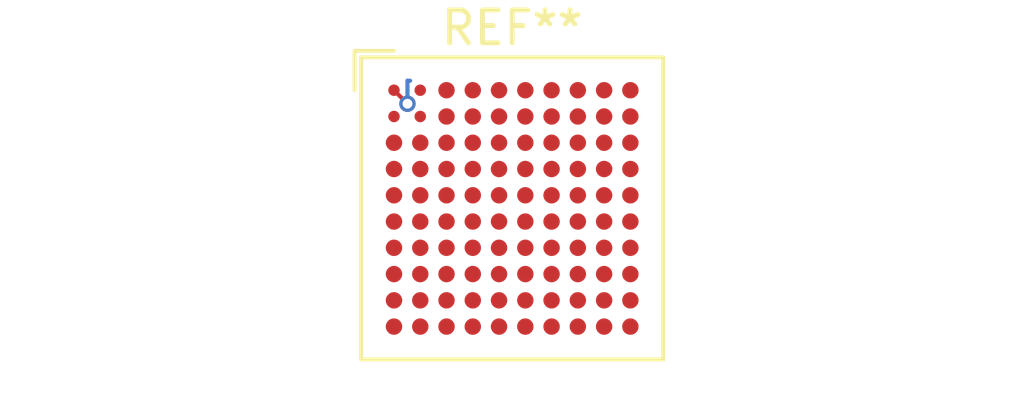
<source format=kicad_pcb>
(kicad_pcb (version 4) (host pcbnew 4.0.7)

  (general
    (links 0)
    (no_connects 0)
    (area 0 0 0 0)
    (thickness 1.6)
    (drawings 0)
    (tracks 6)
    (zones 0)
    (modules 1)
    (nets 1)
  )

  (page A4)
  (layers
    (0 F.Cu signal)
    (31 B.Cu signal)
    (32 B.Adhes user)
    (33 F.Adhes user)
    (34 B.Paste user)
    (35 F.Paste user)
    (36 B.SilkS user)
    (37 F.SilkS user)
    (38 B.Mask user)
    (39 F.Mask user)
    (40 Dwgs.User user)
    (41 Cmts.User user)
    (42 Eco1.User user)
    (43 Eco2.User user)
    (44 Edge.Cuts user)
    (45 Margin user)
    (46 B.CrtYd user)
    (47 F.CrtYd user)
    (48 B.Fab user)
    (49 F.Fab user)
  )

  (setup
    (last_trace_width 0.127)
    (trace_clearance 0.127)
    (zone_clearance 0.508)
    (zone_45_only no)
    (trace_min 0.1)
    (segment_width 0.2)
    (edge_width 0.15)
    (via_size 0.5)
    (via_drill 0.3)
    (via_min_size 0.4)
    (via_min_drill 0.3)
    (uvia_size 0.3)
    (uvia_drill 0.1)
    (uvias_allowed no)
    (uvia_min_size 0.2)
    (uvia_min_drill 0.1)
    (pcb_text_width 0.3)
    (pcb_text_size 1.5 1.5)
    (mod_edge_width 0.15)
    (mod_text_size 1 1)
    (mod_text_width 0.15)
    (pad_size 0.4 0.4)
    (pad_drill 0)
    (pad_to_mask_clearance 0.2)
    (aux_axis_origin 0 0)
    (visible_elements FFFFFF7F)
    (pcbplotparams
      (layerselection 0x00030_80000001)
      (usegerberextensions false)
      (excludeedgelayer true)
      (linewidth 0.100000)
      (plotframeref false)
      (viasonmask false)
      (mode 1)
      (useauxorigin false)
      (hpglpennumber 1)
      (hpglpenspeed 20)
      (hpglpendiameter 15)
      (hpglpenoverlay 2)
      (psnegative false)
      (psa4output false)
      (plotreference true)
      (plotvalue true)
      (plotinvisibletext false)
      (padsonsilk false)
      (subtractmaskfromsilk false)
      (outputformat 1)
      (mirror false)
      (drillshape 1)
      (scaleselection 1)
      (outputdirectory ""))
  )

  (net 0 "")

  (net_class Default "これは標準のネット クラスです。"
    (clearance 0.127)
    (trace_width 0.127)
    (via_dia 0.5)
    (via_drill 0.3)
    (uvia_dia 0.3)
    (uvia_drill 0.1)
  )

  (module Housings_BGA:BGA-100_10x10_9.0x9.0mm_Pitch0.8mm (layer F.Cu) (tedit 5A45BA18) (tstamp 5A45B2B9)
    (at 122.4596 97.4284)
    (descr "BGA-100, 10x10, 9x9mm package, pitch 0.8mm")
    (tags BGA-100)
    (solder_mask_margin 0.03)
    (attr smd)
    (fp_text reference REF** (at 0 -5.5) (layer F.SilkS)
      (effects (font (size 1 1) (thickness 0.15)))
    )
    (fp_text value BGA-100_10x10_9.0x9.0mm_Pitch0.8mm (at 0 5.5) (layer F.Fab)
      (effects (font (size 1 1) (thickness 0.15)))
    )
    (fp_text user %R (at 0 0) (layer F.Fab)
      (effects (font (size 1 1) (thickness 0.15)))
    )
    (fp_line (start -4.8 -3.6) (end -4.8 -4.8) (layer F.SilkS) (width 0.12))
    (fp_line (start -4.8 -4.8) (end -3.6 -4.8) (layer F.SilkS) (width 0.12))
    (fp_line (start 4.6 -4.6) (end -4.6 -4.6) (layer F.SilkS) (width 0.12))
    (fp_line (start -4.6 -4.6) (end -4.6 4.6) (layer F.SilkS) (width 0.12))
    (fp_line (start -4.6 4.6) (end 4.6 4.6) (layer F.SilkS) (width 0.12))
    (fp_line (start 4.6 4.6) (end 4.6 -4.6) (layer F.SilkS) (width 0.12))
    (fp_line (start 4.5 -4.5) (end -3.5 -4.5) (layer F.Fab) (width 0.1))
    (fp_line (start 4.5 4.5) (end 4.5 -4.5) (layer F.Fab) (width 0.1))
    (fp_line (start -4.5 4.5) (end 4.5 4.5) (layer F.Fab) (width 0.1))
    (fp_line (start -4.5 -3.5) (end -4.5 4.5) (layer F.Fab) (width 0.1))
    (fp_line (start -3.5 -4.5) (end -4.5 -3.5) (layer F.Fab) (width 0.1))
    (fp_line (start -5.5 -5.5) (end 5.5 -5.5) (layer F.CrtYd) (width 0.05))
    (fp_line (start -5.5 -5.5) (end -5.5 5.5) (layer F.CrtYd) (width 0.05))
    (fp_line (start 5.5 5.5) (end 5.5 -5.5) (layer F.CrtYd) (width 0.05))
    (fp_line (start 5.5 5.5) (end -5.5 5.5) (layer F.CrtYd) (width 0.05))
    (pad K10 smd circle (at 3.6 3.6) (size 0.5 0.5) (layers F.Cu F.Paste F.Mask))
    (pad J10 smd circle (at 3.6 2.8) (size 0.5 0.5) (layers F.Cu F.Paste F.Mask))
    (pad H10 smd circle (at 3.6 2) (size 0.5 0.5) (layers F.Cu F.Paste F.Mask))
    (pad G10 smd circle (at 3.6 1.2) (size 0.5 0.5) (layers F.Cu F.Paste F.Mask))
    (pad F10 smd circle (at 3.6 0.4) (size 0.5 0.5) (layers F.Cu F.Paste F.Mask))
    (pad E10 smd circle (at 3.6 -0.4) (size 0.5 0.5) (layers F.Cu F.Paste F.Mask))
    (pad D10 smd circle (at 3.6 -1.2) (size 0.5 0.5) (layers F.Cu F.Paste F.Mask))
    (pad C10 smd circle (at 3.6 -2) (size 0.5 0.5) (layers F.Cu F.Paste F.Mask))
    (pad B10 smd circle (at 3.6 -2.8) (size 0.5 0.5) (layers F.Cu F.Paste F.Mask))
    (pad A10 smd circle (at 3.6 -3.6) (size 0.5 0.5) (layers F.Cu F.Paste F.Mask))
    (pad K9 smd circle (at 2.8 3.6) (size 0.5 0.5) (layers F.Cu F.Paste F.Mask))
    (pad J9 smd circle (at 2.8 2.8) (size 0.5 0.5) (layers F.Cu F.Paste F.Mask))
    (pad H9 smd circle (at 2.8 2) (size 0.5 0.5) (layers F.Cu F.Paste F.Mask))
    (pad G9 smd circle (at 2.8 1.2) (size 0.5 0.5) (layers F.Cu F.Paste F.Mask))
    (pad F9 smd circle (at 2.8 0.4) (size 0.5 0.5) (layers F.Cu F.Paste F.Mask))
    (pad E9 smd circle (at 2.8 -0.4) (size 0.5 0.5) (layers F.Cu F.Paste F.Mask))
    (pad D9 smd circle (at 2.8 -1.2) (size 0.5 0.5) (layers F.Cu F.Paste F.Mask))
    (pad C9 smd circle (at 2.8 -2) (size 0.5 0.5) (layers F.Cu F.Paste F.Mask))
    (pad B9 smd circle (at 2.8 -2.8) (size 0.5 0.5) (layers F.Cu F.Paste F.Mask))
    (pad A9 smd circle (at 2.8 -3.6) (size 0.5 0.5) (layers F.Cu F.Paste F.Mask))
    (pad K8 smd circle (at 2 3.6) (size 0.5 0.5) (layers F.Cu F.Paste F.Mask))
    (pad J8 smd circle (at 2 2.8) (size 0.5 0.5) (layers F.Cu F.Paste F.Mask))
    (pad H8 smd circle (at 2 2) (size 0.5 0.5) (layers F.Cu F.Paste F.Mask))
    (pad G8 smd circle (at 2 1.2) (size 0.5 0.5) (layers F.Cu F.Paste F.Mask))
    (pad F8 smd circle (at 2 0.4) (size 0.5 0.5) (layers F.Cu F.Paste F.Mask))
    (pad E8 smd circle (at 2 -0.4) (size 0.5 0.5) (layers F.Cu F.Paste F.Mask))
    (pad D8 smd circle (at 2 -1.2) (size 0.5 0.5) (layers F.Cu F.Paste F.Mask))
    (pad C8 smd circle (at 2 -2) (size 0.5 0.5) (layers F.Cu F.Paste F.Mask))
    (pad B8 smd circle (at 2 -2.8) (size 0.5 0.5) (layers F.Cu F.Paste F.Mask))
    (pad A8 smd circle (at 2 -3.6) (size 0.5 0.5) (layers F.Cu F.Paste F.Mask))
    (pad K7 smd circle (at 1.2 3.6) (size 0.5 0.5) (layers F.Cu F.Paste F.Mask))
    (pad J7 smd circle (at 1.2 2.8) (size 0.5 0.5) (layers F.Cu F.Paste F.Mask))
    (pad H7 smd circle (at 1.2 2) (size 0.5 0.5) (layers F.Cu F.Paste F.Mask))
    (pad G7 smd circle (at 1.2 1.2) (size 0.5 0.5) (layers F.Cu F.Paste F.Mask))
    (pad F7 smd circle (at 1.2 0.4) (size 0.5 0.5) (layers F.Cu F.Paste F.Mask))
    (pad E7 smd circle (at 1.2 -0.4) (size 0.5 0.5) (layers F.Cu F.Paste F.Mask))
    (pad D7 smd circle (at 1.2 -1.2) (size 0.5 0.5) (layers F.Cu F.Paste F.Mask))
    (pad C7 smd circle (at 1.2 -2) (size 0.5 0.5) (layers F.Cu F.Paste F.Mask))
    (pad B7 smd circle (at 1.2 -2.8) (size 0.5 0.5) (layers F.Cu F.Paste F.Mask))
    (pad A7 smd circle (at 1.2 -3.6) (size 0.5 0.5) (layers F.Cu F.Paste F.Mask))
    (pad K6 smd circle (at 0.4 3.6) (size 0.5 0.5) (layers F.Cu F.Paste F.Mask))
    (pad J6 smd circle (at 0.4 2.8) (size 0.5 0.5) (layers F.Cu F.Paste F.Mask))
    (pad H6 smd circle (at 0.4 2) (size 0.5 0.5) (layers F.Cu F.Paste F.Mask))
    (pad G6 smd circle (at 0.4 1.2) (size 0.5 0.5) (layers F.Cu F.Paste F.Mask))
    (pad F6 smd circle (at 0.4 0.4) (size 0.5 0.5) (layers F.Cu F.Paste F.Mask))
    (pad E6 smd circle (at 0.4 -0.4) (size 0.5 0.5) (layers F.Cu F.Paste F.Mask))
    (pad D6 smd circle (at 0.4 -1.2) (size 0.5 0.5) (layers F.Cu F.Paste F.Mask))
    (pad C6 smd circle (at 0.4 -2) (size 0.5 0.5) (layers F.Cu F.Paste F.Mask))
    (pad B6 smd circle (at 0.4 -2.8) (size 0.5 0.5) (layers F.Cu F.Paste F.Mask))
    (pad A6 smd circle (at 0.4 -3.6) (size 0.5 0.5) (layers F.Cu F.Paste F.Mask))
    (pad K5 smd circle (at -0.4 3.6) (size 0.5 0.5) (layers F.Cu F.Paste F.Mask))
    (pad J5 smd circle (at -0.4 2.8) (size 0.5 0.5) (layers F.Cu F.Paste F.Mask))
    (pad H5 smd circle (at -0.4 2) (size 0.5 0.5) (layers F.Cu F.Paste F.Mask))
    (pad G5 smd circle (at -0.4 1.2) (size 0.5 0.5) (layers F.Cu F.Paste F.Mask))
    (pad F5 smd circle (at -0.4 0.4) (size 0.5 0.5) (layers F.Cu F.Paste F.Mask))
    (pad E5 smd circle (at -0.4 -0.4) (size 0.5 0.5) (layers F.Cu F.Paste F.Mask))
    (pad D5 smd circle (at -0.4 -1.2) (size 0.5 0.5) (layers F.Cu F.Paste F.Mask))
    (pad C5 smd circle (at -0.4 -2) (size 0.5 0.5) (layers F.Cu F.Paste F.Mask))
    (pad B5 smd circle (at -0.4 -2.8) (size 0.5 0.5) (layers F.Cu F.Paste F.Mask))
    (pad A5 smd circle (at -0.4 -3.6) (size 0.5 0.5) (layers F.Cu F.Paste F.Mask))
    (pad K4 smd circle (at -1.2 3.6) (size 0.5 0.5) (layers F.Cu F.Paste F.Mask))
    (pad J4 smd circle (at -1.2 2.8) (size 0.5 0.5) (layers F.Cu F.Paste F.Mask))
    (pad H4 smd circle (at -1.2 2) (size 0.5 0.5) (layers F.Cu F.Paste F.Mask))
    (pad G4 smd circle (at -1.2 1.2) (size 0.5 0.5) (layers F.Cu F.Paste F.Mask))
    (pad F4 smd circle (at -1.2 0.4) (size 0.5 0.5) (layers F.Cu F.Paste F.Mask))
    (pad E4 smd circle (at -1.2 -0.4) (size 0.5 0.5) (layers F.Cu F.Paste F.Mask))
    (pad D4 smd circle (at -1.2 -1.2) (size 0.5 0.5) (layers F.Cu F.Paste F.Mask))
    (pad C4 smd circle (at -1.2 -2) (size 0.5 0.5) (layers F.Cu F.Paste F.Mask))
    (pad B4 smd circle (at -1.2 -2.8) (size 0.5 0.5) (layers F.Cu F.Paste F.Mask))
    (pad A4 smd circle (at -1.2 -3.6) (size 0.5 0.5) (layers F.Cu F.Paste F.Mask))
    (pad K3 smd circle (at -2 3.6) (size 0.5 0.5) (layers F.Cu F.Paste F.Mask))
    (pad J3 smd circle (at -2 2.8) (size 0.5 0.5) (layers F.Cu F.Paste F.Mask))
    (pad H3 smd circle (at -2 2) (size 0.5 0.5) (layers F.Cu F.Paste F.Mask))
    (pad G3 smd circle (at -2 1.2) (size 0.5 0.5) (layers F.Cu F.Paste F.Mask))
    (pad F3 smd circle (at -2 0.4) (size 0.5 0.5) (layers F.Cu F.Paste F.Mask))
    (pad E3 smd circle (at -2 -0.4) (size 0.5 0.5) (layers F.Cu F.Paste F.Mask))
    (pad D3 smd circle (at -2 -1.2) (size 0.5 0.5) (layers F.Cu F.Paste F.Mask))
    (pad C3 smd circle (at -2 -2) (size 0.5 0.5) (layers F.Cu F.Paste F.Mask))
    (pad B3 smd circle (at -2 -2.8) (size 0.5 0.5) (layers F.Cu F.Paste F.Mask))
    (pad A3 smd circle (at -2 -3.6) (size 0.5 0.5) (layers F.Cu F.Paste F.Mask))
    (pad K2 smd circle (at -2.8 3.6) (size 0.5 0.5) (layers F.Cu F.Paste F.Mask))
    (pad J2 smd circle (at -2.8 2.8) (size 0.5 0.5) (layers F.Cu F.Paste F.Mask))
    (pad H2 smd circle (at -2.8 2) (size 0.5 0.5) (layers F.Cu F.Paste F.Mask))
    (pad G2 smd circle (at -2.8 1.2) (size 0.5 0.5) (layers F.Cu F.Paste F.Mask))
    (pad F2 smd circle (at -2.8 0.4) (size 0.5 0.5) (layers F.Cu F.Paste F.Mask))
    (pad E2 smd circle (at -2.8 -0.4) (size 0.5 0.5) (layers F.Cu F.Paste F.Mask))
    (pad D2 smd circle (at -2.8 -1.2) (size 0.5 0.5) (layers F.Cu F.Paste F.Mask))
    (pad C2 smd circle (at -2.8 -2) (size 0.5 0.5) (layers F.Cu F.Paste F.Mask))
    (pad B2 smd circle (at -2.8 -2.8) (size 0.35 0.35) (layers F.Cu F.Paste F.Mask))
    (pad A2 smd circle (at -2.8 -3.6) (size 0.35 0.35) (layers F.Cu F.Paste F.Mask))
    (pad K1 smd circle (at -3.6 3.6) (size 0.5 0.5) (layers F.Cu F.Paste F.Mask))
    (pad J1 smd circle (at -3.6 2.8) (size 0.5 0.5) (layers F.Cu F.Paste F.Mask))
    (pad H1 smd circle (at -3.6 2) (size 0.5 0.5) (layers F.Cu F.Paste F.Mask))
    (pad G1 smd circle (at -3.6 1.2) (size 0.5 0.5) (layers F.Cu F.Paste F.Mask))
    (pad F1 smd circle (at -3.6 0.4) (size 0.5 0.5) (layers F.Cu F.Paste F.Mask))
    (pad E1 smd circle (at -3.6 -0.4) (size 0.5 0.5) (layers F.Cu F.Paste F.Mask))
    (pad D1 smd circle (at -3.6 -1.2) (size 0.5 0.5) (layers F.Cu F.Paste F.Mask))
    (pad C1 smd circle (at -3.6 -2) (size 0.5 0.5) (layers F.Cu F.Paste F.Mask))
    (pad B1 smd circle (at -3.6 -2.8) (size 0.35 0.35) (layers F.Cu F.Paste F.Mask))
    (pad A1 smd circle (at -3.6 -3.6) (size 0.35 0.35) (layers F.Cu F.Paste F.Mask))
    (model ${KISYS3DMOD}/Housings_BGA.3dshapes/BGA-100_10x10_9.0x9.0mm_Pitch0.8mm.wrl
      (at (xyz 0 0 0))
      (scale (xyz 1 1 1))
      (rotate (xyz 0 0 0))
    )
  )

  (segment (start 119.27 93.54) (end 119.35 93.54) (width 0.127) (layer B.Cu) (net 0))
  (segment (start 119.27 93.886447) (end 119.27 93.54) (width 0.127) (layer B.Cu) (net 0))
  (segment (start 119.27 94.24) (end 119.27 93.886447) (width 0.127) (layer B.Cu) (net 0))
  (segment (start 118.8596 93.8296) (end 119.27 94.24) (width 0.127) (layer F.Cu) (net 0))
  (via (at 119.27 94.24) (size 0.5) (drill 0.3) (layers F.Cu B.Cu) (net 0))
  (segment (start 118.8596 93.8284) (end 118.8596 93.8296) (width 0.1) (layer F.Cu) (net 0))

)

</source>
